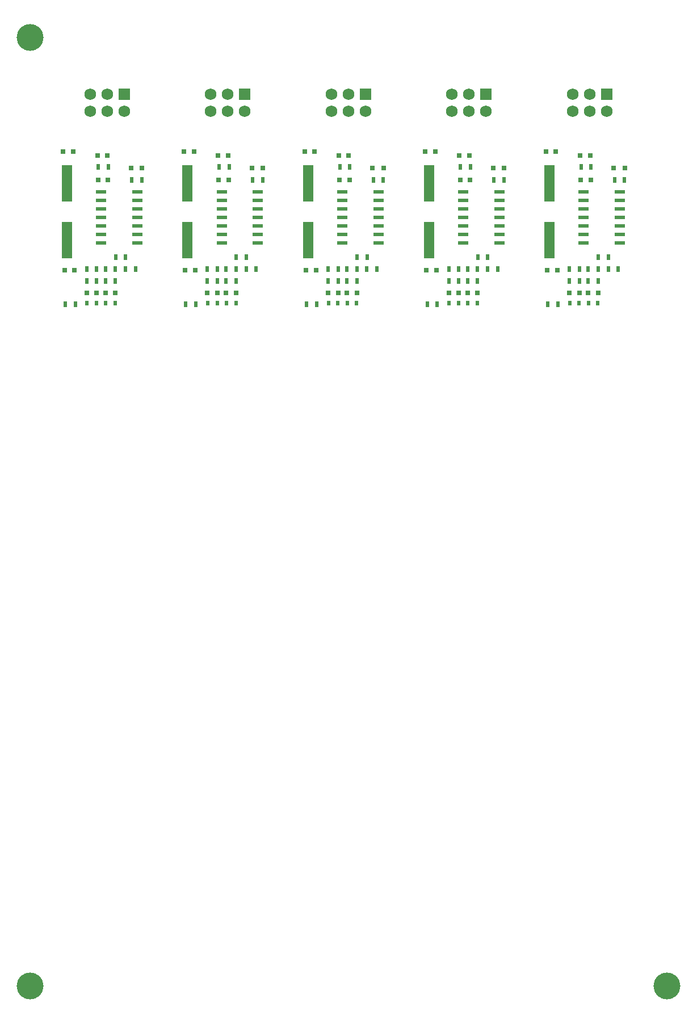
<source format=gbr>
G04 #@! TF.FileFunction,Soldermask,Top*
%FSLAX46Y46*%
G04 Gerber Fmt 4.6, Leading zero omitted, Abs format (unit mm)*
G04 Created by KiCad (PCBNEW 0.201510251816+6278~30~ubuntu14.04.1-product) date Mon 26 Oct 2015 05:58:35 PM EET*
%MOMM*%
G01*
G04 APERTURE LIST*
%ADD10C,0.100000*%
%ADD11C,4.000000*%
%ADD12R,0.800000X0.800000*%
%ADD13R,1.500000X5.500000*%
%ADD14R,0.600000X0.700000*%
%ADD15R,1.727200X1.727200*%
%ADD16C,1.727200*%
%ADD17R,0.800000X0.750000*%
%ADD18R,0.500000X0.900000*%
%ADD19R,1.500000X0.600000*%
G04 APERTURE END LIST*
D10*
D11*
X177500000Y-167500000D03*
X82500000Y-167500000D03*
X82500000Y-26000000D03*
X177500000Y-167500000D03*
X82500000Y-167500000D03*
X82500000Y-26000000D03*
D12*
X97575000Y-45500000D03*
X99225000Y-45500000D03*
D13*
X88000000Y-56250000D03*
X88000000Y-47750000D03*
D14*
X95204000Y-65642000D03*
X93804000Y-65642000D03*
X92410000Y-65642000D03*
X91010000Y-65642000D03*
D15*
X96540000Y-34460000D03*
D16*
X96540000Y-37000000D03*
X94000000Y-34460000D03*
X94000000Y-37000000D03*
X91460000Y-34460000D03*
X91460000Y-37000000D03*
D17*
X87650000Y-60700000D03*
X89150000Y-60700000D03*
X87450000Y-43000000D03*
X88950000Y-43000000D03*
X92650000Y-47200000D03*
X94150000Y-47200000D03*
X92460000Y-64118000D03*
X90960000Y-64118000D03*
X93754000Y-64118000D03*
X95254000Y-64118000D03*
X94050000Y-43600000D03*
X92550000Y-43600000D03*
D18*
X94200000Y-45300000D03*
X92700000Y-45300000D03*
X95278000Y-58784000D03*
X96778000Y-58784000D03*
X87750000Y-65750000D03*
X89250000Y-65750000D03*
X92460000Y-60562000D03*
X90960000Y-60562000D03*
X93754000Y-60562000D03*
X95254000Y-60562000D03*
X90960000Y-62340000D03*
X92460000Y-62340000D03*
X95254000Y-62340000D03*
X93754000Y-62340000D03*
X99200000Y-47200000D03*
X97700000Y-47200000D03*
X96750000Y-60500000D03*
X98250000Y-60500000D03*
D19*
X93100000Y-48990000D03*
X93100000Y-50260000D03*
X93100000Y-51530000D03*
X93100000Y-52800000D03*
X93100000Y-54070000D03*
X93100000Y-55340000D03*
X93100000Y-56610000D03*
X98500000Y-56610000D03*
X98500000Y-55340000D03*
X98500000Y-54070000D03*
X98500000Y-52800000D03*
X98500000Y-51530000D03*
X98500000Y-50260000D03*
X98500000Y-48990000D03*
D12*
X115575000Y-45500000D03*
X117225000Y-45500000D03*
D13*
X106000000Y-56250000D03*
X106000000Y-47750000D03*
D14*
X113204000Y-65642000D03*
X111804000Y-65642000D03*
X110410000Y-65642000D03*
X109010000Y-65642000D03*
D15*
X114540000Y-34460000D03*
D16*
X114540000Y-37000000D03*
X112000000Y-34460000D03*
X112000000Y-37000000D03*
X109460000Y-34460000D03*
X109460000Y-37000000D03*
D17*
X105650000Y-60700000D03*
X107150000Y-60700000D03*
X105450000Y-43000000D03*
X106950000Y-43000000D03*
X110650000Y-47200000D03*
X112150000Y-47200000D03*
X110460000Y-64118000D03*
X108960000Y-64118000D03*
X111754000Y-64118000D03*
X113254000Y-64118000D03*
X112050000Y-43600000D03*
X110550000Y-43600000D03*
D18*
X112200000Y-45300000D03*
X110700000Y-45300000D03*
X113278000Y-58784000D03*
X114778000Y-58784000D03*
X105750000Y-65750000D03*
X107250000Y-65750000D03*
X110460000Y-60562000D03*
X108960000Y-60562000D03*
X111754000Y-60562000D03*
X113254000Y-60562000D03*
X108960000Y-62340000D03*
X110460000Y-62340000D03*
X113254000Y-62340000D03*
X111754000Y-62340000D03*
X117200000Y-47200000D03*
X115700000Y-47200000D03*
X114750000Y-60500000D03*
X116250000Y-60500000D03*
D19*
X111100000Y-48990000D03*
X111100000Y-50260000D03*
X111100000Y-51530000D03*
X111100000Y-52800000D03*
X111100000Y-54070000D03*
X111100000Y-55340000D03*
X111100000Y-56610000D03*
X116500000Y-56610000D03*
X116500000Y-55340000D03*
X116500000Y-54070000D03*
X116500000Y-52800000D03*
X116500000Y-51530000D03*
X116500000Y-50260000D03*
X116500000Y-48990000D03*
D12*
X133575000Y-45500000D03*
X135225000Y-45500000D03*
D13*
X124000000Y-56250000D03*
X124000000Y-47750000D03*
D14*
X131204000Y-65642000D03*
X129804000Y-65642000D03*
X128410000Y-65642000D03*
X127010000Y-65642000D03*
D15*
X132540000Y-34460000D03*
D16*
X132540000Y-37000000D03*
X130000000Y-34460000D03*
X130000000Y-37000000D03*
X127460000Y-34460000D03*
X127460000Y-37000000D03*
D17*
X123650000Y-60700000D03*
X125150000Y-60700000D03*
X123450000Y-43000000D03*
X124950000Y-43000000D03*
X128650000Y-47200000D03*
X130150000Y-47200000D03*
X128460000Y-64118000D03*
X126960000Y-64118000D03*
X129754000Y-64118000D03*
X131254000Y-64118000D03*
X130050000Y-43600000D03*
X128550000Y-43600000D03*
D18*
X130200000Y-45300000D03*
X128700000Y-45300000D03*
X131278000Y-58784000D03*
X132778000Y-58784000D03*
X123750000Y-65750000D03*
X125250000Y-65750000D03*
X128460000Y-60562000D03*
X126960000Y-60562000D03*
X129754000Y-60562000D03*
X131254000Y-60562000D03*
X126960000Y-62340000D03*
X128460000Y-62340000D03*
X131254000Y-62340000D03*
X129754000Y-62340000D03*
X135200000Y-47200000D03*
X133700000Y-47200000D03*
X132750000Y-60500000D03*
X134250000Y-60500000D03*
D19*
X129100000Y-48990000D03*
X129100000Y-50260000D03*
X129100000Y-51530000D03*
X129100000Y-52800000D03*
X129100000Y-54070000D03*
X129100000Y-55340000D03*
X129100000Y-56610000D03*
X134500000Y-56610000D03*
X134500000Y-55340000D03*
X134500000Y-54070000D03*
X134500000Y-52800000D03*
X134500000Y-51530000D03*
X134500000Y-50260000D03*
X134500000Y-48990000D03*
D12*
X151575000Y-45500000D03*
X153225000Y-45500000D03*
D13*
X142000000Y-56250000D03*
X142000000Y-47750000D03*
D14*
X149204000Y-65642000D03*
X147804000Y-65642000D03*
X146410000Y-65642000D03*
X145010000Y-65642000D03*
D15*
X150540000Y-34460000D03*
D16*
X150540000Y-37000000D03*
X148000000Y-34460000D03*
X148000000Y-37000000D03*
X145460000Y-34460000D03*
X145460000Y-37000000D03*
D17*
X141650000Y-60700000D03*
X143150000Y-60700000D03*
X141450000Y-43000000D03*
X142950000Y-43000000D03*
X146650000Y-47200000D03*
X148150000Y-47200000D03*
X146460000Y-64118000D03*
X144960000Y-64118000D03*
X147754000Y-64118000D03*
X149254000Y-64118000D03*
X148050000Y-43600000D03*
X146550000Y-43600000D03*
D18*
X148200000Y-45300000D03*
X146700000Y-45300000D03*
X149278000Y-58784000D03*
X150778000Y-58784000D03*
X141750000Y-65750000D03*
X143250000Y-65750000D03*
X146460000Y-60562000D03*
X144960000Y-60562000D03*
X147754000Y-60562000D03*
X149254000Y-60562000D03*
X144960000Y-62340000D03*
X146460000Y-62340000D03*
X149254000Y-62340000D03*
X147754000Y-62340000D03*
X153200000Y-47200000D03*
X151700000Y-47200000D03*
X150750000Y-60500000D03*
X152250000Y-60500000D03*
D19*
X147100000Y-48990000D03*
X147100000Y-50260000D03*
X147100000Y-51530000D03*
X147100000Y-52800000D03*
X147100000Y-54070000D03*
X147100000Y-55340000D03*
X147100000Y-56610000D03*
X152500000Y-56610000D03*
X152500000Y-55340000D03*
X152500000Y-54070000D03*
X152500000Y-52800000D03*
X152500000Y-51530000D03*
X152500000Y-50260000D03*
X152500000Y-48990000D03*
D12*
X169575000Y-45500000D03*
X171225000Y-45500000D03*
D13*
X160000000Y-56250000D03*
X160000000Y-47750000D03*
D14*
X167204000Y-65642000D03*
X165804000Y-65642000D03*
X164410000Y-65642000D03*
X163010000Y-65642000D03*
D15*
X168540000Y-34460000D03*
D16*
X168540000Y-37000000D03*
X166000000Y-34460000D03*
X166000000Y-37000000D03*
X163460000Y-34460000D03*
X163460000Y-37000000D03*
D17*
X159650000Y-60700000D03*
X161150000Y-60700000D03*
X159450000Y-43000000D03*
X160950000Y-43000000D03*
X164650000Y-47200000D03*
X166150000Y-47200000D03*
X164460000Y-64118000D03*
X162960000Y-64118000D03*
X165754000Y-64118000D03*
X167254000Y-64118000D03*
X166050000Y-43600000D03*
X164550000Y-43600000D03*
D18*
X166200000Y-45300000D03*
X164700000Y-45300000D03*
X167278000Y-58784000D03*
X168778000Y-58784000D03*
X159750000Y-65750000D03*
X161250000Y-65750000D03*
X164460000Y-60562000D03*
X162960000Y-60562000D03*
X165754000Y-60562000D03*
X167254000Y-60562000D03*
X162960000Y-62340000D03*
X164460000Y-62340000D03*
X167254000Y-62340000D03*
X165754000Y-62340000D03*
X171200000Y-47200000D03*
X169700000Y-47200000D03*
X168750000Y-60500000D03*
X170250000Y-60500000D03*
D19*
X165100000Y-48990000D03*
X165100000Y-50260000D03*
X165100000Y-51530000D03*
X165100000Y-52800000D03*
X165100000Y-54070000D03*
X165100000Y-55340000D03*
X165100000Y-56610000D03*
X170500000Y-56610000D03*
X170500000Y-55340000D03*
X170500000Y-54070000D03*
X170500000Y-52800000D03*
X170500000Y-51530000D03*
X170500000Y-50260000D03*
X170500000Y-48990000D03*
M02*

</source>
